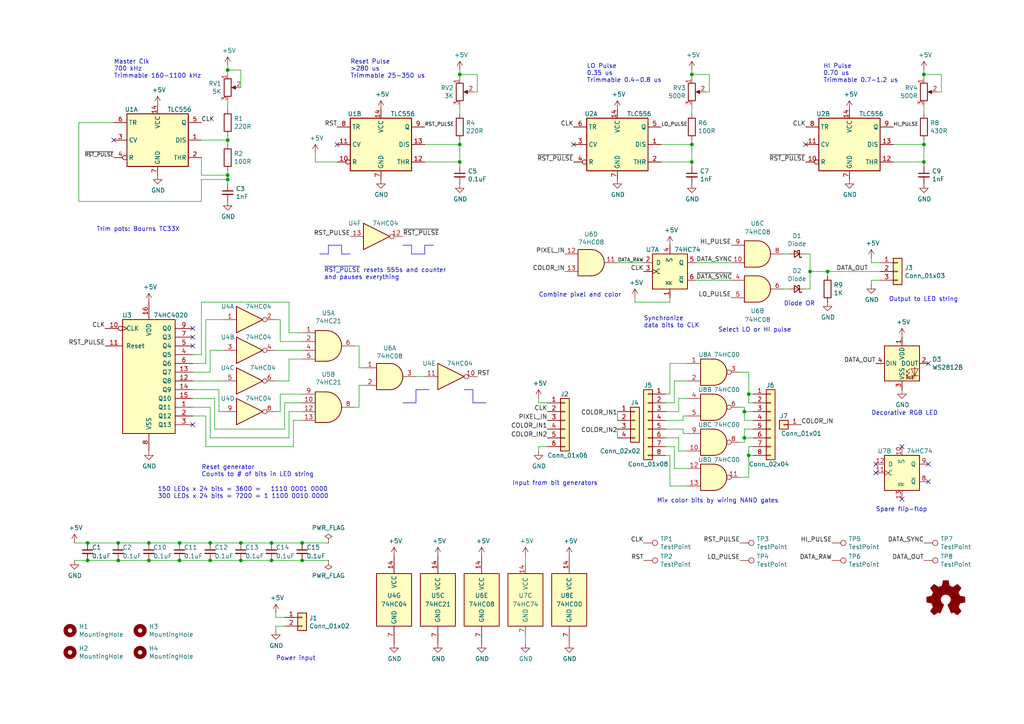
<source format=kicad_sch>
(kicad_sch (version 20211123) (generator eeschema)
  (paper "A4")
  (title_block (title "NeoPixel Punk Console") (date "2021-12-16") (rev "1.1") (company "Adrian Studer") (comment 1 "https://hackaday.io/project/183093-neopixel-punk-console"))
  (junction (at 34.29 157.48))
  (junction (at 217.17 114.3))
  (junction (at 43.18 162.56))
  (junction (at 200.66 41.91))
  (junction (at 25.4 157.48))
  (junction (at 69.85 157.48))
  (junction (at 78.74 162.56))
  (junction (at 267.97 21.59))
  (junction (at 60.96 162.56))
  (junction (at 34.29 162.56))
  (junction (at 66.04 52.07))
  (junction (at 87.63 162.56))
  (junction (at 267.97 41.91))
  (junction (at 78.74 157.48))
  (junction (at 43.18 157.48))
  (junction (at 133.35 21.59))
  (junction (at 25.4 162.56))
  (junction (at 217.17 132.08))
  (junction (at 66.04 20.32))
  (junction (at 66.04 50.8))
  (junction (at 200.66 46.99))
  (junction (at 215.9 127))
  (junction (at 200.66 21.59))
  (junction (at 133.35 46.99))
  (junction (at 69.85 162.56))
  (junction (at 52.07 162.56))
  (junction (at 234.95 78.74))
  (junction (at 66.04 40.64))
  (junction (at 133.35 41.91))
  (junction (at 240.03 78.74))
  (junction (at 60.96 157.48))
  (junction (at 215.9 119.38))
  (junction (at 52.07 157.48))
  (junction (at 87.63 157.48))
  (junction (at 267.97 46.99))
  (no_connect (at 55.88 123.19))
  (no_connect (at 254 137.16))
  (no_connect (at 33.02 40.64))
  (no_connect (at 261.62 129.54))
  (no_connect (at 55.88 97.79))
  (no_connect (at 55.88 100.33))
  (no_connect (at 261.62 144.78))
  (no_connect (at 269.24 134.62))
  (no_connect (at 269.24 139.7))
  (no_connect (at 233.68 41.91))
  (no_connect (at 254 134.62))
  (no_connect (at 97.79 41.91))
  (no_connect (at 166.37 41.91))
  (no_connect (at 269.24 105.41))
  (no_connect (at 55.88 95.25))
  (wire (pts (xy 104.14 118.11) (xy 104.14 111.76)))
  (wire (pts (xy 58.42 58.42) (xy 58.42 52.07)))
  (wire (pts (xy 22.86 58.42) (xy 58.42 58.42)))
  (wire (pts (xy 91.44 46.99) (xy 97.79 46.99)))
  (wire (pts (xy 193.04 119.38) (xy 196.85 119.38)))
  (wire (pts (xy 83.82 104.14) (xy 83.82 110.49)))
  (wire (pts (xy 217.17 132.08) (xy 217.17 138.43)))
  (wire (pts (xy 55.88 120.65) (xy 59.69 120.65)))
  (wire (pts (xy 81.28 92.71) (xy 81.28 99.06)))
  (wire (pts (xy 64.77 119.38) (xy 63.5 119.38)))
  (wire (pts (xy 271.78 26.67) (xy 273.05 26.67)))
  (wire (pts (xy 252.73 81.28) (xy 255.27 81.28)))
  (wire (pts (xy 58.42 87.63) (xy 58.42 102.87)))
  (wire (pts (xy 62.23 124.46) (xy 82.55 124.46)))
  (wire (pts (xy 83.82 96.52) (xy 87.63 96.52)))
  (wire (pts (xy 104.14 106.68) (xy 105.41 106.68)))
  (wire (pts (xy 66.04 31.75) (xy 66.04 29.21)))
  (wire (pts (xy 218.44 121.92) (xy 215.9 121.92)))
  (wire (pts (xy 55.88 105.41) (xy 59.69 105.41)))
  (wire (pts (xy 83.82 127) (xy 83.82 119.38)))
  (wire (pts (xy 81.28 114.3) (xy 81.28 119.38)))
  (wire (pts (xy 215.9 124.46) (xy 215.9 127)))
  (wire (pts (xy 184.15 87.63) (xy 194.31 87.63)))
  (wire (pts (xy 78.74 157.48) (xy 87.63 157.48)))
  (wire (pts (xy 193.04 129.54) (xy 195.58 129.54)))
  (polyline (pts (xy 120.65 113.03) (xy 124.46 113.03)) (stroke (width 0) (type solid)))
  (polyline (pts (xy 95.25 71.12) (xy 99.06 71.12)) (stroke (width 0) (type solid)))
  (wire (pts (xy 102.87 100.33) (xy 104.14 100.33)))
  (wire (pts (xy 193.04 124.46) (xy 198.12 124.46)))
  (wire (pts (xy 58.42 52.07) (xy 66.04 52.07)))
  (wire (pts (xy 179.07 127) (xy 179.07 124.46)))
  (wire (pts (xy 95.25 162.56) (xy 87.63 162.56)))
  (polyline (pts (xy 137.16 116.84) (xy 140.97 116.84)) (stroke (width 0) (type solid)))
  (wire (pts (xy 217.17 114.3) (xy 217.17 116.84)))
  (wire (pts (xy 218.44 114.3) (xy 217.17 114.3)))
  (wire (pts (xy 123.19 46.99) (xy 133.35 46.99)))
  (wire (pts (xy 52.07 162.56) (xy 60.96 162.56)))
  (wire (pts (xy 133.35 21.59) (xy 133.35 22.86)))
  (wire (pts (xy 218.44 127) (xy 215.9 127)))
  (wire (pts (xy 59.69 129.54) (xy 85.09 129.54)))
  (wire (pts (xy 80.01 177.8) (xy 80.01 179.07)))
  (polyline (pts (xy 92.71 73.66) (xy 95.25 73.66)) (stroke (width 0) (type solid)))
  (wire (pts (xy 133.35 41.91) (xy 133.35 46.99)))
  (wire (pts (xy 215.9 127) (xy 215.9 128.27)))
  (wire (pts (xy 59.69 92.71) (xy 64.77 92.71)))
  (wire (pts (xy 81.28 99.06) (xy 87.63 99.06)))
  (wire (pts (xy 82.55 116.84) (xy 87.63 116.84)))
  (wire (pts (xy 193.04 116.84) (xy 195.58 116.84)))
  (wire (pts (xy 259.08 46.99) (xy 267.97 46.99)))
  (wire (pts (xy 60.96 127) (xy 83.82 127)))
  (wire (pts (xy 200.66 21.59) (xy 200.66 22.86)))
  (polyline (pts (xy 99.06 73.66) (xy 101.6 73.66)) (stroke (width 0) (type solid)))
  (wire (pts (xy 252.73 76.2) (xy 255.27 76.2)))
  (wire (pts (xy 234.95 78.74) (xy 240.03 78.74)))
  (wire (pts (xy 252.73 82.55) (xy 252.73 81.28)))
  (wire (pts (xy 267.97 33.02) (xy 267.97 30.48)))
  (wire (pts (xy 218.44 124.46) (xy 215.9 124.46)))
  (polyline (pts (xy 120.65 116.84) (xy 120.65 113.03)) (stroke (width 0) (type solid)))
  (wire (pts (xy 195.58 110.49) (xy 199.39 110.49)))
  (wire (pts (xy 156.21 130.81) (xy 156.21 129.54)))
  (wire (pts (xy 240.03 78.74) (xy 255.27 78.74)))
  (wire (pts (xy 195.58 116.84) (xy 195.58 110.49)))
  (wire (pts (xy 83.82 87.63) (xy 83.82 96.52)))
  (wire (pts (xy 179.07 76.2) (xy 186.69 76.2)))
  (wire (pts (xy 193.04 127) (xy 196.85 127)))
  (wire (pts (xy 267.97 20.32) (xy 267.97 21.59)))
  (wire (pts (xy 55.88 115.57) (xy 62.23 115.57)))
  (wire (pts (xy 191.77 46.99) (xy 200.66 46.99)))
  (wire (pts (xy 156.21 115.57) (xy 156.21 116.84)))
  (wire (pts (xy 138.43 21.59) (xy 133.35 21.59)))
  (wire (pts (xy 60.96 118.11) (xy 60.96 127)))
  (wire (pts (xy 215.9 119.38) (xy 215.9 118.11)))
  (wire (pts (xy 240.03 80.01) (xy 240.03 78.74)))
  (wire (pts (xy 198.12 125.73) (xy 199.39 125.73)))
  (wire (pts (xy 58.42 40.64) (xy 66.04 40.64)))
  (wire (pts (xy 66.04 40.64) (xy 66.04 39.37)))
  (polyline (pts (xy 116.84 116.84) (xy 120.65 116.84)) (stroke (width 0) (type solid)))
  (wire (pts (xy 80.01 101.6) (xy 87.63 101.6)))
  (wire (pts (xy 34.29 162.56) (xy 43.18 162.56)))
  (wire (pts (xy 21.59 162.56) (xy 25.4 162.56)))
  (wire (pts (xy 66.04 49.53) (xy 66.04 50.8)))
  (wire (pts (xy 60.96 162.56) (xy 69.85 162.56)))
  (wire (pts (xy 217.17 107.95) (xy 217.17 114.3)))
  (wire (pts (xy 66.04 50.8) (xy 66.04 52.07)))
  (wire (pts (xy 205.74 21.59) (xy 200.66 21.59)))
  (wire (pts (xy 196.85 119.38) (xy 196.85 115.57)))
  (wire (pts (xy 55.88 102.87) (xy 58.42 102.87)))
  (wire (pts (xy 63.5 119.38) (xy 63.5 113.03)))
  (wire (pts (xy 267.97 21.59) (xy 267.97 22.86)))
  (wire (pts (xy 43.18 157.48) (xy 52.07 157.48)))
  (polyline (pts (xy 95.25 73.66) (xy 95.25 71.12)) (stroke (width 0) (type solid)))
  (wire (pts (xy 69.85 162.56) (xy 78.74 162.56)))
  (polyline (pts (xy 123.19 73.66) (xy 123.19 71.12)) (stroke (width 0) (type solid)))
  (wire (pts (xy 133.35 20.32) (xy 133.35 21.59)))
  (wire (pts (xy 200.66 33.02) (xy 200.66 30.48)))
  (wire (pts (xy 62.23 115.57) (xy 62.23 124.46)))
  (wire (pts (xy 201.93 81.28) (xy 212.09 81.28)))
  (wire (pts (xy 58.42 87.63) (xy 83.82 87.63)))
  (wire (pts (xy 133.35 33.02) (xy 133.35 30.48)))
  (wire (pts (xy 234.95 73.66) (xy 234.95 78.74)))
  (wire (pts (xy 60.96 101.6) (xy 64.77 101.6)))
  (wire (pts (xy 234.95 83.82) (xy 233.68 83.82)))
  (wire (pts (xy 80.01 92.71) (xy 81.28 92.71)))
  (wire (pts (xy 156.21 129.54) (xy 158.75 129.54)))
  (wire (pts (xy 200.66 20.32) (xy 200.66 21.59)))
  (wire (pts (xy 91.44 44.45) (xy 91.44 46.99)))
  (wire (pts (xy 43.18 162.56) (xy 52.07 162.56)))
  (wire (pts (xy 217.17 107.95) (xy 214.63 107.95)))
  (wire (pts (xy 200.66 41.91) (xy 200.66 46.99)))
  (wire (pts (xy 82.55 181.61) (xy 80.01 181.61)))
  (wire (pts (xy 196.85 127) (xy 196.85 130.81)))
  (wire (pts (xy 133.35 46.99) (xy 133.35 48.26)))
  (polyline (pts (xy 134.62 113.03) (xy 137.16 113.03)) (stroke (width 0) (type solid)))
  (wire (pts (xy 233.68 73.66) (xy 234.95 73.66)))
  (wire (pts (xy 195.58 135.89) (xy 199.39 135.89)))
  (polyline (pts (xy 123.19 71.12) (xy 125.73 71.12)) (stroke (width 0) (type solid)))
  (wire (pts (xy 55.88 107.95) (xy 60.96 107.95)))
  (wire (pts (xy 87.63 157.48) (xy 95.25 157.48)))
  (wire (pts (xy 123.19 41.91) (xy 133.35 41.91)))
  (wire (pts (xy 218.44 129.54) (xy 217.17 129.54)))
  (wire (pts (xy 179.07 121.92) (xy 179.07 119.38)))
  (wire (pts (xy 60.96 157.48) (xy 69.85 157.48)))
  (wire (pts (xy 205.74 26.67) (xy 205.74 21.59)))
  (wire (pts (xy 198.12 124.46) (xy 198.12 125.73)))
  (polyline (pts (xy 137.16 113.03) (xy 137.16 116.84)) (stroke (width 0) (type solid)))
  (polyline (pts (xy 119.38 73.66) (xy 123.19 73.66)) (stroke (width 0) (type solid)))
  (wire (pts (xy 120.65 109.22) (xy 123.19 109.22)))
  (wire (pts (xy 217.17 116.84) (xy 218.44 116.84)))
  (wire (pts (xy 69.85 25.4) (xy 69.85 20.32)))
  (wire (pts (xy 195.58 129.54) (xy 195.58 135.89)))
  (wire (pts (xy 55.88 110.49) (xy 64.77 110.49)))
  (wire (pts (xy 55.88 118.11) (xy 60.96 118.11)))
  (wire (pts (xy 81.28 119.38) (xy 80.01 119.38)))
  (wire (pts (xy 52.07 157.48) (xy 60.96 157.48)))
  (wire (pts (xy 196.85 130.81) (xy 199.39 130.81)))
  (wire (pts (xy 87.63 162.56) (xy 78.74 162.56)))
  (wire (pts (xy 21.59 157.48) (xy 25.4 157.48)))
  (wire (pts (xy 34.29 157.48) (xy 43.18 157.48)))
  (wire (pts (xy 217.17 138.43) (xy 214.63 138.43)))
  (wire (pts (xy 58.42 50.8) (xy 66.04 50.8)))
  (wire (pts (xy 87.63 114.3) (xy 81.28 114.3)))
  (wire (pts (xy 80.01 179.07) (xy 82.55 179.07)))
  (wire (pts (xy 217.17 129.54) (xy 217.17 132.08)))
  (wire (pts (xy 69.85 20.32) (xy 66.04 20.32)))
  (wire (pts (xy 66.04 40.64) (xy 66.04 41.91)))
  (wire (pts (xy 59.69 120.65) (xy 59.69 129.54)))
  (wire (pts (xy 66.04 52.07) (xy 66.04 53.34)))
  (wire (pts (xy 227.33 83.82) (xy 228.6 83.82)))
  (wire (pts (xy 194.31 114.3) (xy 194.31 105.41)))
  (wire (pts (xy 227.33 73.66) (xy 228.6 73.66)))
  (wire (pts (xy 152.4 161.29) (xy 152.4 163.83)))
  (wire (pts (xy 194.31 86.36) (xy 194.31 87.63)))
  (wire (pts (xy 60.96 101.6) (xy 60.96 107.95)))
  (wire (pts (xy 22.86 35.56) (xy 22.86 58.42)))
  (wire (pts (xy 273.05 21.59) (xy 267.97 21.59)))
  (wire (pts (xy 193.04 114.3) (xy 194.31 114.3)))
  (wire (pts (xy 85.09 121.92) (xy 87.63 121.92)))
  (wire (pts (xy 137.16 26.67) (xy 138.43 26.67)))
  (wire (pts (xy 267.97 41.91) (xy 267.97 40.64)))
  (wire (pts (xy 63.5 113.03) (xy 55.88 113.03)))
  (wire (pts (xy 104.14 100.33) (xy 104.14 106.68)))
  (wire (pts (xy 204.47 26.67) (xy 205.74 26.67)))
  (wire (pts (xy 33.02 35.56) (xy 22.86 35.56)))
  (wire (pts (xy 66.04 20.32) (xy 66.04 21.59)))
  (wire (pts (xy 273.05 26.67) (xy 273.05 21.59)))
  (wire (pts (xy 193.04 132.08) (xy 194.31 132.08)))
  (wire (pts (xy 82.55 124.46) (xy 82.55 116.84)))
  (wire (pts (xy 259.08 41.91) (xy 267.97 41.91)))
  (wire (pts (xy 218.44 132.08) (xy 217.17 132.08)))
  (wire (pts (xy 102.87 118.11) (xy 104.14 118.11)))
  (wire (pts (xy 156.21 116.84) (xy 158.75 116.84)))
  (wire (pts (xy 196.85 115.57) (xy 199.39 115.57)))
  (wire (pts (xy 152.4 186.69) (xy 152.4 184.15)))
  (wire (pts (xy 215.9 128.27) (xy 214.63 128.27)))
  (wire (pts (xy 194.31 132.08) (xy 194.31 140.97)))
  (wire (pts (xy 133.35 41.91) (xy 133.35 40.64)))
  (wire (pts (xy 267.97 41.91) (xy 267.97 46.99)))
  (wire (pts (xy 87.63 104.14) (xy 83.82 104.14)))
  (wire (pts (xy 69.85 157.48) (xy 78.74 157.48)))
  (wire (pts (xy 138.43 26.67) (xy 138.43 21.59)))
  (wire (pts (xy 234.95 78.74) (xy 234.95 83.82)))
  (wire (pts (xy 194.31 140.97) (xy 199.39 140.97)))
  (wire (pts (xy 194.31 105.41) (xy 199.39 105.41)))
  (wire (pts (xy 104.14 111.76) (xy 105.41 111.76)))
  (wire (pts (xy 80.01 181.61) (xy 80.01 182.88)))
  (wire (pts (xy 80.01 110.49) (xy 83.82 110.49)))
  (wire (pts (xy 252.73 74.93) (xy 252.73 76.2)))
  (polyline (pts (xy 99.06 71.12) (xy 99.06 73.66)) (stroke (width 0) (type solid)))
  (wire (pts (xy 200.66 46.99) (xy 200.66 48.26)))
  (wire (pts (xy 25.4 162.56) (xy 34.29 162.56)))
  (wire (pts (xy 218.44 119.38) (xy 215.9 119.38)))
  (wire (pts (xy 191.77 41.91) (xy 200.66 41.91)))
  (wire (pts (xy 58.42 45.72) (xy 58.42 50.8)))
  (wire (pts (xy 215.9 118.11) (xy 214.63 118.11)))
  (wire (pts (xy 193.04 121.92) (xy 198.12 121.92)))
  (polyline (pts (xy 119.38 71.12) (xy 119.38 73.66)) (stroke (width 0) (type solid)))
  (wire (pts (xy 25.4 157.48) (xy 34.29 157.48)))
  (wire (pts (xy 215.9 121.92) (xy 215.9 119.38)))
  (wire (pts (xy 184.15 86.36) (xy 184.15 87.63)))
  (wire (pts (xy 85.09 129.54) (xy 85.09 121.92)))
  (wire (pts (xy 200.66 41.91) (xy 200.66 40.64)))
  (wire (pts (xy 267.97 46.99) (xy 267.97 48.26)))
  (wire (pts (xy 198.12 120.65) (xy 199.39 120.65)))
  (wire (pts (xy 59.69 92.71) (xy 59.69 105.41)))
  (wire (pts (xy 198.12 121.92) (xy 198.12 120.65)))
  (wire (pts (xy 201.93 76.2) (xy 212.09 76.2)))
  (polyline (pts (xy 116.84 71.12) (xy 119.38 71.12)) (stroke (width 0) (type solid)))
  (wire (pts (xy 66.04 19.05) (xy 66.04 20.32)))
  (wire (pts (xy 83.82 119.38) (xy 87.63 119.38)))
  (text "Reset generator\nCounts to # of bits in LED string" (at 58.42 138.43 0) (effects (font (size 1.27 1.27)) (justify left bottom)))
  (text "Synchronize\ndata bits to CLK" (at 186.69 95.25 0) (effects (font (size 1.27 1.27)) (justify left bottom)))
  (text "Master Clk\n700 kHz\nTrimmable 160-1100 kHz" (at 33.02 22.86 0) (effects (font (size 1.27 1.27)) (justify left bottom)))
  (text "Output to LED string" (at 257.81 87.63 0) (effects (font (size 1.27 1.27)) (justify left bottom)))
  (text "Decorative RGB LED" (at 252.73 120.65 0) (effects (font (size 1.27 1.27)) (justify left bottom)))
  (text "Select LO or HI pulse" (at 208.28 96.52 0) (effects (font (size 1.27 1.27)) (justify left bottom)))
  (text "HI Pulse\n0.70 us\nTrimmable 0.7-1.2 us" (at 238.76 24.13 0) (effects (font (size 1.27 1.27)) (justify left bottom)))
  (text "Reset Pulse\n>280 us\nTrimmable 25-350 us" (at 101.6 22.86 0) (effects (font (size 1.27 1.27)) (justify left bottom)))
  (text "Combine pixel and color" (at 156.21 86.36 0) (effects (font (size 1.27 1.27)) (justify left bottom)))
  (text "Power input" (at 80.01 191.77 0) (effects (font (size 1.27 1.27)) (justify left bottom)))
  (text "Trim pots: Bourns TC33X" (at 27.94 67.31 0) (effects (font (size 1.27 1.27)) (justify left bottom)))
  (text "Mix color bits by wiring NAND gates" (at 190.5 146.05 0) (effects (font (size 1.27 1.27)) (justify left bottom)))
  (text "Input from bit generators" (at 148.59 140.97 0) (effects (font (size 1.27 1.27)) (justify left bottom)))
  (text "~{RST_PULSE} resets 555s and counter\nand pauses everything" (at 93.98 81.28 0) (effects (font (size 1.27 1.27)) (justify left bottom)))
  (text "Spare flip-flop" (at 254 148.59 0) (effects (font (size 1.27 1.27)) (justify left bottom)))
  (text "150 LEDs x 24 bits = 3600 =   1110 0001 0000\n300 LEDs x 24 bits = 7200 = 1 1100 0010 0000" (at 45.72 144.78 0) (effects (font (size 1.27 1.27)) (justify left bottom)))
  (text "Rev 1.1:\n- add 1K pull-down R9 on DATA_OUT\n- replace R1 with 220R, R2 with 100R to speed up CLK\n- directly connect triggers of pulse generators (short C4/C6/C8, remove R3/R5/R7) to fix trigger at higher freq\n- change R6 to 100R for shorter LO pulse\n- J4 and J6 need at least 2 pins per signal to allow patching with jumper wires\n" (at 88.9 -3.81 0) (effects (font (size 1.27 1.27)) (justify left bottom)))
  (text "LO Pulse\n0.35 us\nTrimmable 0.4-0.8 us" (at 170.18 24.13 0) (effects (font (size 1.27 1.27)) (justify left bottom)))
  (text "Diode OR\n" (at 227.33 88.9 0) (effects (font (size 1.27 1.27)) (justify left bottom)))
  (label "PIXEL_IN" (at 158.75 121.92 180))
  (label "LO_PULSE" (at 212.09 86.36 180))
  (label "HI_PULSE" (at 212.09 71.12 180))
  (label "CLK" (at 186.69 78.74 180))
  (label "RST" (at 186.69 162.56 180))
  (label "COLOR_IN2" (at 158.75 127 180))
  (label "DATA_RAW" (at 186.69 76.2 180) (effects (font (size 1.016 1.016))))
  (label "LO_PULSE" (at 191.77 36.83 0) (effects (font (size 1.016 1.016))))
  (label "LO_PULSE" (at 214.63 162.56 180))
  (label "DATA_SYNC" (at 267.97 157.48 180))
  (label "~{RST_PULSE}" (at 33.02 45.72 180) (effects (font (size 1.016 1.016))))
  (label "DATA_OUT" (at 242.57 78.74 0))
  (label "CLK" (at 166.37 36.83 180))
  (label "HI_PULSE" (at 241.3 157.48 180))
  (label "COLOR_IN2" (at 179.07 125.73 180))
  (label "RST_PULSE" (at 123.19 36.83 0) (effects (font (size 1.016 1.016))))
  (label "RST_PULSE" (at 214.63 157.48 180))
  (label "COLOR_IN" (at 232.41 123.19 0))
  (label "DATA_RAW" (at 241.3 162.56 180))
  (label "CLK" (at 158.75 119.38 180))
  (label "RST_PULSE" (at 30.48 100.33 180))
  (label "~{RST_PULSE}" (at 233.68 46.99 180))
  (label "RST" (at 97.79 36.83 180))
  (label "CLK" (at 233.68 36.83 180))
  (label "DATA_OUT" (at 267.97 162.56 180))
  (label "DATA_OUT" (at 254 105.41 180))
  (label "RST_PULSE" (at 101.6 68.58 180))
  (label "CLK" (at 186.69 157.48 180))
  (label "~{DATA_SYNC}" (at 201.93 81.28 0))
  (label "HI_PULSE" (at 259.08 36.83 0) (effects (font (size 1.016 1.016))))
  (label "COLOR_IN1" (at 158.75 124.46 180))
  (label "~{RST_PULSE}" (at 116.84 68.58 0))
  (label "~{RST_PULSE}" (at 166.37 46.99 180))
  (label "RST" (at 138.43 109.22 0))
  (label "PIXEL_IN" (at 163.83 73.66 180))
  (label "COLOR_IN1" (at 179.07 120.65 180))
  (label "CLK" (at 30.48 95.25 180))
  (label "DATA_SYNC" (at 201.93 76.2 0))
  (label "CLK" (at 58.42 35.56 0))
  (label "COLOR_IN" (at 163.83 78.74 180))
  (symbol (lib_id "Timer:LM556") (at 179.07 41.91 0) (unit 1)
    (property "Reference" "U2" (at 171.45 33.02 0))
    (property "Value" "TLC556" (at 185.42 33.02 0))
    (property "Footprint" "Package_SO:SOIC-14_3.9x8.7mm_P1.27mm" (effects hide))
    (property "Datasheet" "http://www.ti.com/lit/ds/symlink/lm556.pdf" (effects hide))
  )
  (symbol (lib_id "Timer:LM556") (at 246.38 41.91 0) (unit 2)
    (property "Reference" "U2" (at 238.76 33.02 0))
    (property "Value" "TLC556" (at 252.73 33.02 0))
    (property "Footprint" "Package_SO:SOIC-14_3.9x8.7mm_P1.27mm" (effects hide))
    (property "Datasheet" "http://www.ti.com/lit/ds/symlink/lm556.pdf" (effects hide))
  )
  (symbol (lib_id "Timer:LM556") (at 45.72 40.64 0) (unit 1)
    (property "Reference" "U1" (at 38.1 31.75 0))
    (property "Value" "TLC556" (at 52.07 31.75 0))
    (property "Footprint" "Package_SO:SOIC-14_3.9x8.7mm_P1.27mm" (effects hide))
    (property "Datasheet" "http://www.ti.com/lit/ds/symlink/lm556.pdf" (effects hide))
  )
  (symbol (lib_id "Timer:LM556") (at 110.49 41.91 0) (unit 2)
    (property "Reference" "U1" (at 102.87 33.02 0))
    (property "Value" "TLC556" (at 116.84 33.02 0))
    (property "Footprint" "Package_SO:SOIC-14_3.9x8.7mm_P1.27mm" (effects hide))
    (property "Datasheet" "http://www.ti.com/lit/ds/symlink/lm556.pdf" (effects hide))
  )
  (symbol (lib_id "power:GND") (at 45.72 50.8 0) (unit 1)
    (property "Reference" "#PWR07" (effects hide))
    (property "Value" "GND" (at 45.847 55.1942 0))
  )
  (symbol (lib_id "power:GND") (at 110.49 52.07 0) (unit 1)
    (property "Reference" "#PWR013" (effects hide))
    (property "Value" "GND" (at 110.617 56.4642 0))
  )
  (symbol (lib_id "power:GND") (at 179.07 52.07 0) (unit 1)
    (property "Reference" "#PWR019" (effects hide))
    (property "Value" "GND" (at 179.197 56.4642 0))
  )
  (symbol (lib_id "power:GND") (at 246.38 52.07 0) (unit 1)
    (property "Reference" "#PWR025" (effects hide))
    (property "Value" "GND" (at 246.507 56.4642 0))
  )
  (symbol (lib_id "Device:C_Small") (at 25.4 160.02 0) (unit 1)
    (property "Reference" "C1" (at 26.67 158.75 0) (effects (justify left)))
    (property "Value" "0.1uF" (at 26.67 161.29 0) (effects (justify left)))
    (property "Footprint" "Capacitor_SMD:C_0603_1608Metric" (effects hide))
  )
  (symbol (lib_id "power:+5V") (at 21.59 157.48 0) (unit 1)
    (property "Reference" "#PWR01" (effects hide))
    (property "Value" "+5V" (at 21.971 153.0858 0))
  )
  (symbol (lib_id "Device:C_Small") (at 34.29 160.02 0) (unit 1)
    (property "Reference" "C2" (at 35.56 158.75 0) (effects (justify left)))
    (property "Value" "0.1uF" (at 35.56 161.29 0) (effects (justify left)))
    (property "Footprint" "Capacitor_SMD:C_0603_1608Metric" (effects hide))
  )
  (symbol (lib_id "power:+5V") (at 246.38 31.75 0) (unit 1)
    (property "Reference" "#PWR024" (effects hide))
    (property "Value" "+5V" (at 246.761 27.3558 0))
  )
  (symbol (lib_id "power:+5V") (at 179.07 31.75 0) (unit 1)
    (property "Reference" "#PWR018" (effects hide))
    (property "Value" "+5V" (at 179.451 27.3558 0))
  )
  (symbol (lib_id "power:+5V") (at 110.49 31.75 0) (unit 1)
    (property "Reference" "#PWR012" (effects hide))
    (property "Value" "+5V" (at 110.871 27.3558 0))
  )
  (symbol (lib_id "power:+5V") (at 45.72 30.48 0) (unit 1)
    (property "Reference" "#PWR06" (effects hide))
    (property "Value" "+5V" (at 46.101 26.0858 0))
  )
  (symbol (lib_id "4xxx:4020") (at 43.18 107.95 0) (unit 1)
    (property "Reference" "U3" (at 36.83 91.44 0))
    (property "Value" "74HC4020" (at 49.53 91.44 0))
    (property "Footprint" "Package_SO:SOIC-16_3.9x9.9mm_P1.27mm" (effects hide))
    (property "Datasheet" "http://www.intersil.com/content/dam/Intersil/documents/cd40/cd4020bms-24bms-40bms.pdf" (effects hide))
  )
  (symbol (lib_id "74xx:74HC74") (at 194.31 78.74 0) (unit 1)
    (property "Reference" "U7" (at 189.23 72.39 0))
    (property "Value" "74HC74" (at 199.39 72.39 0))
    (property "Footprint" "Package_SO:SOIC-14_3.9x8.7mm_P1.27mm" (effects hide))
    (property "Datasheet" "74xx/74hc_hct74.pdf" (effects hide))
  )
  (symbol (lib_id "74xx:74LS08") (at 113.03 109.22 0) (unit 1)
    (property "Reference" "U6" (at 113.03 100.965 0))
    (property "Value" "74HC08" (at 113.03 103.2764 0))
    (property "Footprint" "Package_SO:SOIC-14_3.9x8.7mm_P1.27mm" (effects hide))
    (property "Datasheet" "http://www.ti.com/lit/gpn/sn74LS08" (effects hide))
  )
  (symbol (lib_id "74xx:74LS08") (at 219.71 83.82 0) (unit 2)
    (property "Reference" "U6" (at 219.71 90.17 0))
    (property "Value" "74HC08" (at 219.71 92.71 0))
    (property "Footprint" "Package_SO:SOIC-14_3.9x8.7mm_P1.27mm" (effects hide))
    (property "Datasheet" "http://www.ti.com/lit/gpn/sn74LS08" (effects hide))
  )
  (symbol (lib_id "74xx:74LS08") (at 219.71 73.66 0) (unit 3)
    (property "Reference" "U6" (at 219.71 64.77 0))
    (property "Value" "74HC08" (at 219.71 67.31 0))
    (property "Footprint" "Package_SO:SOIC-14_3.9x8.7mm_P1.27mm" (effects hide))
    (property "Datasheet" "http://www.ti.com/lit/gpn/sn74LS08" (effects hide))
  )
  (symbol (lib_id "74xx:74LS21") (at 95.25 100.33 0) (unit 1)
    (property "Reference" "U5" (at 95.25 90.805 0))
    (property "Value" "74HC21" (at 95.25 93.1164 0))
    (property "Footprint" "Package_SO:SOIC-14_3.9x8.7mm_P1.27mm" (effects hide))
    (property "Datasheet" "http://www.ti.com/lit/gpn/sn74LS21" (effects hide))
  )
  (symbol (lib_id "Device:C_Small") (at 66.04 55.88 0) (unit 1)
    (property "Reference" "C3" (at 68.3768 54.7116 0) (effects (justify left)))
    (property "Value" "1nF" (at 68.3768 57.023 0) (effects (justify left)))
    (property "Footprint" "Capacitor_SMD:C_0603_1608Metric" (effects hide))
  )
  (symbol (lib_id "Device:R_Potentiometer") (at 66.04 25.4 0) (unit 1)
    (property "Reference" "RV1" (at 64.262 24.2316 0) (effects (justify right)))
    (property "Value" "5K" (at 64.262 26.543 0) (effects (justify right)))
    (property "Footprint" "parts:Potentiometer_Bourns_TC33X_Vertical" (effects hide))
  )
  (symbol (lib_id "Device:R") (at 66.04 35.56 0) (unit 1)
    (property "Reference" "R1" (at 67.818 34.3916 0) (effects (justify left)))
    (property "Value" "220R" (at 67.818 36.703 0) (effects (justify left)))
    (property "Footprint" "Resistor_SMD:R_0603_1608Metric" (effects hide))
  )
  (symbol (lib_id "Device:R") (at 66.04 45.72 0) (unit 1)
    (property "Reference" "R2" (at 67.818 44.5516 0) (effects (justify left)))
    (property "Value" "100R" (at 67.818 46.863 0) (effects (justify left)))
    (property "Footprint" "Resistor_SMD:R_0603_1608Metric" (effects hide))
  )
  (symbol (lib_id "power:+5V") (at 66.04 19.05 0) (unit 1)
    (property "Reference" "#PWR08" (effects hide))
    (property "Value" "+5V" (at 66.421 14.6558 0))
  )
  (symbol (lib_id "power:GND") (at 66.04 58.42 0) (unit 1)
    (property "Reference" "#PWR09" (effects hide))
    (property "Value" "GND" (at 66.167 62.8142 0))
  )
  (symbol (lib_id "Connector:TestPoint") (at 186.69 157.48 270) (unit 1)
    (property "Reference" "TP1" (at 191.4652 156.3116 90) (effects (justify left)))
    (property "Value" "TestPoint" (at 191.4652 158.623 90) (effects (justify left)))
    (property "Footprint" "TestPoint:TestPoint_Pad_D1.0mm" (effects hide))
  )
  (symbol (lib_id "Device:C_Small") (at 200.66 50.8 0) (unit 1)
    (property "Reference" "C7" (at 202.9968 49.6316 0) (effects (justify left)))
    (property "Value" "1nF" (at 202.9968 51.943 0) (effects (justify left)))
    (property "Footprint" "Capacitor_SMD:C_0603_1608Metric" (effects hide))
  )
  (symbol (lib_id "power:GND") (at 200.66 53.34 0) (unit 1)
    (property "Reference" "#PWR021" (effects hide))
    (property "Value" "GND" (at 200.787 57.7342 0))
  )
  (symbol (lib_id "Device:R") (at 200.66 36.83 0) (unit 1)
    (property "Reference" "R6" (at 202.438 35.6616 0) (effects (justify left)))
    (property "Value" "100R" (at 202.438 37.973 0) (effects (justify left)))
    (property "Footprint" "Resistor_SMD:R_0603_1608Metric" (effects hide))
  )
  (symbol (lib_id "Device:R_Potentiometer") (at 200.66 26.67 0) (unit 1)
    (property "Reference" "RV3" (at 198.9074 25.5016 0) (effects (justify right)))
    (property "Value" "500R" (at 198.9074 27.813 0) (effects (justify right)))
    (property "Footprint" "parts:Potentiometer_Bourns_TC33X_Vertical" (effects hide))
  )
  (symbol (lib_id "power:+5V") (at 200.66 20.32 0) (unit 1)
    (property "Reference" "#PWR020" (effects hide))
    (property "Value" "+5V" (at 201.041 15.9258 0))
  )
  (symbol (lib_id "Device:C_Small") (at 267.97 50.8 0) (unit 1)
    (property "Reference" "C9" (at 270.3068 49.6316 0) (effects (justify left)))
    (property "Value" "1nF" (at 270.3068 51.943 0) (effects (justify left)))
    (property "Footprint" "Capacitor_SMD:C_0603_1608Metric" (effects hide))
  )
  (symbol (lib_id "power:GND") (at 267.97 53.34 0) (unit 1)
    (property "Reference" "#PWR027" (effects hide))
    (property "Value" "GND" (at 268.097 57.7342 0))
  )
  (symbol (lib_id "Device:R") (at 267.97 36.83 0) (unit 1)
    (property "Reference" "R8" (at 269.748 35.6616 0) (effects (justify left)))
    (property "Value" "430R" (at 269.748 37.973 0) (effects (justify left)))
    (property "Footprint" "Resistor_SMD:R_0603_1608Metric" (effects hide))
  )
  (symbol (lib_id "Device:R_Potentiometer") (at 267.97 26.67 0) (unit 1)
    (property "Reference" "RV4" (at 266.2174 25.5016 0) (effects (justify right)))
    (property "Value" "500R" (at 266.2174 27.813 0) (effects (justify right)))
    (property "Footprint" "parts:Potentiometer_Bourns_TC33X_Vertical" (effects hide))
  )
  (symbol (lib_id "power:+5V") (at 267.97 20.32 0) (unit 1)
    (property "Reference" "#PWR026" (effects hide))
    (property "Value" "+5V" (at 268.351 15.9258 0))
  )
  (symbol (lib_id "Connector:TestPoint") (at 214.63 162.56 270) (unit 1)
    (property "Reference" "TP4" (at 219.4052 161.3916 90) (effects (justify left)))
    (property "Value" "TestPoint" (at 219.4052 163.703 90) (effects (justify left)))
    (property "Footprint" "TestPoint:TestPoint_Pad_D1.0mm" (effects hide))
  )
  (symbol (lib_id "Connector:TestPoint") (at 241.3 157.48 270) (unit 1)
    (property "Reference" "TP5" (at 246.0752 156.3116 90) (effects (justify left)))
    (property "Value" "TestPoint" (at 246.0752 158.623 90) (effects (justify left)))
    (property "Footprint" "TestPoint:TestPoint_Pad_D1.0mm" (effects hide))
  )
  (symbol (lib_id "power:+5V") (at 184.15 86.36 0) (unit 1)
    (property "Reference" "#PWR034" (effects hide))
    (property "Value" "+5V" (at 184.531 81.9658 0))
  )
  (symbol (lib_id "power:+5V") (at 91.44 44.45 0) (unit 1)
    (property "Reference" "#PWR011" (effects hide))
    (property "Value" "+5V" (at 91.821 40.0558 0))
  )
  (symbol (lib_id "Connector:TestPoint") (at 186.69 162.56 270) (unit 1)
    (property "Reference" "TP2" (at 191.4652 161.3916 90) (effects (justify left)))
    (property "Value" "TestPoint" (at 191.4652 163.703 90) (effects (justify left)))
    (property "Footprint" "TestPoint:TestPoint_Pad_D1.0mm" (effects hide))
  )
  (symbol (lib_id "Connector:TestPoint") (at 214.63 157.48 270) (unit 1)
    (property "Reference" "TP3" (at 219.4052 156.3116 90) (effects (justify left)))
    (property "Value" "TestPoint" (at 219.4052 158.623 90) (effects (justify left)))
    (property "Footprint" "TestPoint:TestPoint_Pad_D1.0mm" (effects hide))
  )
  (symbol (lib_id "Device:C_Small") (at 133.35 50.8 0) (unit 1)
    (property "Reference" "C5" (at 135.6868 49.6316 0) (effects (justify left)))
    (property "Value" "0.1uF" (at 135.6868 51.943 0) (effects (justify left)))
    (property "Footprint" "Capacitor_SMD:C_0603_1608Metric" (effects hide))
  )
  (symbol (lib_id "power:GND") (at 133.35 53.34 0) (unit 1)
    (property "Reference" "#PWR015" (effects hide))
    (property "Value" "GND" (at 133.477 57.7342 0))
  )
  (symbol (lib_id "Device:R") (at 133.35 36.83 0) (unit 1)
    (property "Reference" "R4" (at 135.128 35.6616 0) (effects (justify left)))
    (property "Value" "220R" (at 135.128 37.973 0) (effects (justify left)))
    (property "Footprint" "Resistor_SMD:R_0603_1608Metric" (effects hide))
  )
  (symbol (lib_id "Device:R_Potentiometer") (at 133.35 26.67 0) (unit 1)
    (property "Reference" "RV2" (at 131.572 25.5016 0) (effects (justify right)))
    (property "Value" "3K" (at 131.572 27.813 0) (effects (justify right)))
    (property "Footprint" "parts:Potentiometer_Bourns_TC33X_Vertical" (effects hide))
  )
  (symbol (lib_id "power:+5V") (at 133.35 20.32 0) (unit 1)
    (property "Reference" "#PWR014" (effects hide))
    (property "Value" "+5V" (at 133.731 15.9258 0))
  )
  (symbol (lib_id "Device:R") (at 240.03 83.82 0) (unit 1)
    (property "Reference" "R9" (at 241.808 82.6516 0) (effects (justify left)))
    (property "Value" "1K" (at 241.808 84.963 0) (effects (justify left)))
    (property "Footprint" "Resistor_SMD:R_0603_1608Metric" (effects hide))
  )
  (symbol (lib_id "power:GND") (at 240.03 87.63 0) (unit 1)
    (property "Reference" "#PWR037" (effects hide))
    (property "Value" "GND" (at 240.157 92.0242 0))
  )
  (symbol (lib_id "74xx:74LS00") (at 207.01 107.95 0) (unit 1)
    (property "Reference" "U8" (at 204.47 102.87 0))
    (property "Value" "74HC00" (at 210.82 102.87 0))
    (property "Footprint" "Package_SO:SOIC-14_3.9x8.7mm_P1.27mm" (effects hide))
    (property "Datasheet" "http://www.ti.com/lit/gpn/sn74ls00" (effects hide))
  )
  (symbol (lib_id "74xx:74LS00") (at 207.01 118.11 0) (unit 2)
    (property "Reference" "U8" (at 204.47 113.03 0))
    (property "Value" "74HC00" (at 210.82 113.03 0))
    (property "Footprint" "Package_SO:SOIC-14_3.9x8.7mm_P1.27mm" (effects hide))
    (property "Datasheet" "http://www.ti.com/lit/gpn/sn74ls00" (effects hide))
  )
  (symbol (lib_id "74xx:74LS00") (at 207.01 128.27 0) (unit 3)
    (property "Reference" "U8" (at 204.47 123.19 0))
    (property "Value" "74HC00" (at 210.82 123.19 0))
    (property "Footprint" "Package_SO:SOIC-14_3.9x8.7mm_P1.27mm" (effects hide))
    (property "Datasheet" "http://www.ti.com/lit/gpn/sn74ls00" (effects hide))
  )
  (symbol (lib_id "74xx:74HC04") (at 72.39 92.71 0) (unit 1)
    (property "Reference" "U4" (at 66.04 88.9 0))
    (property "Value" "74HC04" (at 74.93 88.9 0))
    (property "Footprint" "Package_SO:SOIC-14_3.9x8.7mm_P1.27mm" (effects hide))
    (property "Datasheet" "https://assets.nexperia.com/documents/data-sheet/74HC_HCT04.pdf" (effects hide))
  )
  (symbol (lib_id "74xx:74LS00") (at 207.01 138.43 0) (unit 4)
    (property "Reference" "U8" (at 204.47 133.35 0))
    (property "Value" "74HC00" (at 210.82 133.35 0))
    (property "Footprint" "Package_SO:SOIC-14_3.9x8.7mm_P1.27mm" (effects hide))
    (property "Datasheet" "http://www.ti.com/lit/gpn/sn74ls00" (effects hide))
  )
  (symbol (lib_id "74xx:74HC04") (at 72.39 101.6 0) (unit 2)
    (property "Reference" "U4" (at 66.04 97.79 0))
    (property "Value" "74HC04" (at 74.93 97.79 0))
    (property "Footprint" "Package_SO:SOIC-14_3.9x8.7mm_P1.27mm" (effects hide))
    (property "Datasheet" "https://assets.nexperia.com/documents/data-sheet/74HC_HCT04.pdf" (effects hide))
  )
  (symbol (lib_id "74xx:74HC04") (at 72.39 110.49 0) (unit 3)
    (property "Reference" "U4" (at 66.04 106.68 0))
    (property "Value" "74HC04" (at 76.2 106.68 0))
    (property "Footprint" "Package_SO:SOIC-14_3.9x8.7mm_P1.27mm" (effects hide))
    (property "Datasheet" "https://assets.nexperia.com/documents/data-sheet/74HC_HCT04.pdf" (effects hide))
  )
  (symbol (lib_id "74xx:74HC04") (at 72.39 119.38 0) (unit 4)
    (property "Reference" "U4" (at 66.04 115.57 0))
    (property "Value" "74HC04" (at 74.93 115.57 0))
    (property "Footprint" "Package_SO:SOIC-14_3.9x8.7mm_P1.27mm" (effects hide))
    (property "Datasheet" "https://assets.nexperia.com/documents/data-sheet/74HC_HCT04.pdf" (effects hide))
  )
  (symbol (lib_id "74xx:74LS00") (at 165.1 173.99 0) (unit 5)
    (property "Reference" "U8" (at 162.56 172.72 0) (effects (justify left)))
    (property "Value" "74HC00" (at 161.29 175.26 0) (effects (justify left)))
    (property "Footprint" "Package_SO:SOIC-14_3.9x8.7mm_P1.27mm" (effects hide))
    (property "Datasheet" "http://www.ti.com/lit/gpn/sn74ls00" (effects hide))
  )
  (symbol (lib_id "power:GND") (at 165.1 186.69 0) (unit 1)
    (property "Reference" "#PWR033" (effects hide))
    (property "Value" "GND" (at 165.227 191.0842 0))
  )
  (symbol (lib_id "power:+5V") (at 165.1 161.29 0) (unit 1)
    (property "Reference" "#PWR032" (effects hide))
    (property "Value" "+5V" (at 165.481 156.8958 0))
  )
  (symbol (lib_id "Connector_Generic:Conn_01x04") (at 184.15 121.92 0) (unit 1)
    (property "Reference" "J4" (at 182.88 116.84 0) (effects (justify left)))
    (property "Value" "Conn_02x02" (at 173.99 130.81 0) (effects (justify left)))
    (property "Footprint" "Connector_PinHeader_2.54mm:PinHeader_1x02_P2.54mm_Vertical" (effects hide))
  )
  (symbol (lib_id "Connector_Generic:Conn_01x08") (at 187.96 121.92 0) (mirror y) (unit 1)
    (property "Reference" "J5" (at 187.96 111.76 0))
    (property "Value" "Conn_01x08" (at 187.96 134.62 0))
    (property "Footprint" "Connector_PinHeader_2.54mm:PinHeader_1x08_P2.54mm_Vertical" (effects hide))
  )
  (symbol (lib_id "Connector_Generic:Conn_01x08") (at 223.52 121.92 0) (unit 1)
    (property "Reference" "J6" (at 222.25 111.76 0) (effects (justify left)))
    (property "Value" "Conn_02x04" (at 217.17 134.62 0) (effects (justify left)))
    (property "Footprint" "Connector_PinHeader_2.54mm:PinHeader_2x04_P2.54mm_Vertical" (effects hide))
  )
  (symbol (lib_id "Connector_Generic:Conn_01x01") (at 227.33 123.19 0) (mirror y) (unit 1)
    (property "Reference" "J7" (at 227.33 120.65 0))
    (property "Value" "Conn_01x01" (at 232.41 125.73 0))
    (property "Footprint" "Connector_PinHeader_2.54mm:PinHeader_1x01_P2.54mm_Vertical" (effects hide))
  )
  (symbol (lib_id "Graphic:Logo_Open_Hardware_Small") (at 274.32 173.99 0) (unit 1)
    (property "Reference" "#LOGO1" (effects hide))
    (property "Value" "Logo_Open_Hardware_Small" (effects hide))
    (property "Footprint" "Symbol:OSHW-Logo2_7.3x6mm_SilkScreen" (effects hide))
  )
  (symbol (lib_id "74xx:74LS21") (at 95.25 118.11 0) (unit 2)
    (property "Reference" "U5" (at 95.25 108.585 0))
    (property "Value" "74HC21" (at 95.25 110.8964 0))
    (property "Footprint" "Package_SO:SOIC-14_3.9x8.7mm_P1.27mm" (effects hide))
    (property "Datasheet" "http://www.ti.com/lit/gpn/sn74LS21" (effects hide))
  )
  (symbol (lib_id "Device:C_Small") (at 87.63 160.02 0) (unit 1)
    (property "Reference" "C15" (at 88.9 158.75 0) (effects (justify left)))
    (property "Value" "0.1uF" (at 88.9 161.29 0) (effects (justify left)))
    (property "Footprint" "Capacitor_SMD:C_0603_1608Metric" (effects hide))
  )
  (symbol (lib_id "power:GND") (at 43.18 130.81 0) (unit 1)
    (property "Reference" "#PWR04" (effects hide))
    (property "Value" "GND" (at 43.307 135.2042 0))
  )
  (symbol (lib_id "74xx:74HC04") (at 130.81 109.22 0) (unit 5)
    (property "Reference" "U4" (at 124.46 105.41 0))
    (property "Value" "74HC04" (at 133.35 105.41 0))
    (property "Footprint" "Package_SO:SOIC-14_3.9x8.7mm_P1.27mm" (effects hide))
    (property "Datasheet" "https://assets.nexperia.com/documents/data-sheet/74HC_HCT04.pdf" (effects hide))
  )
  (symbol (lib_id "power:+5V") (at 43.18 87.63 0) (unit 1)
    (property "Reference" "#PWR03" (effects hide))
    (property "Value" "+5V" (at 43.561 83.2358 0))
  )
  (symbol (lib_id "power:+5V") (at 194.31 71.12 0) (unit 1)
    (property "Reference" "#PWR05" (effects hide))
    (property "Value" "+5V" (at 194.691 66.7258 0))
  )
  (symbol (lib_id "74xx:74HC04") (at 109.22 68.58 0) (unit 6)
    (property "Reference" "U4" (at 102.87 64.77 0))
    (property "Value" "74HC04" (at 111.76 64.77 0))
    (property "Footprint" "Package_SO:SOIC-14_3.9x8.7mm_P1.27mm" (effects hide))
    (property "Datasheet" "https://assets.nexperia.com/documents/data-sheet/74HC_HCT04.pdf" (effects hide))
  )
  (symbol (lib_id "Device:D_Schottky_Small") (at 231.14 73.66 180) (unit 1)
    (property "Reference" "D1" (at 231.14 68.4022 0))
    (property "Value" "Diode" (at 231.14 70.7136 0))
    (property "Footprint" "Diode_SMD:D_SOD-523" (effects hide))
  )
  (symbol (lib_id "Device:D_Schottky_Small") (at 231.14 83.82 180) (unit 1)
    (property "Reference" "D2" (at 231.14 78.5622 0))
    (property "Value" "Diode" (at 231.14 80.8736 0))
    (property "Footprint" "Diode_SMD:D_SOD-523" (effects hide))
  )
  (symbol (lib_id "Device:C_Small") (at 43.18 160.02 0) (unit 1)
    (property "Reference" "C10" (at 44.45 158.75 0) (effects (justify left)))
    (property "Value" "0.1uF" (at 44.45 161.29 0) (effects (justify left)))
    (property "Footprint" "Capacitor_SMD:C_0603_1608Metric" (effects hide))
  )
  (symbol (lib_id "Device:C_Small") (at 52.07 160.02 0) (unit 1)
    (property "Reference" "C11" (at 53.34 158.75 0) (effects (justify left)))
    (property "Value" "0.1uF" (at 53.34 161.29 0) (effects (justify left)))
    (property "Footprint" "Capacitor_SMD:C_0603_1608Metric" (effects hide))
  )
  (symbol (lib_id "Device:C_Small") (at 60.96 160.02 0) (unit 1)
    (property "Reference" "C12" (at 62.23 158.75 0) (effects (justify left)))
    (property "Value" "0.1uF" (at 62.23 161.29 0) (effects (justify left)))
    (property "Footprint" "Capacitor_SMD:C_0603_1608Metric" (effects hide))
  )
  (symbol (lib_id "Device:C_Small") (at 69.85 160.02 0) (unit 1)
    (property "Reference" "C13" (at 71.12 158.75 0) (effects (justify left)))
    (property "Value" "0.1uF" (at 71.12 161.29 0) (effects (justify left)))
    (property "Footprint" "Capacitor_SMD:C_0603_1608Metric" (effects hide))
  )
  (symbol (lib_id "Device:C_Small") (at 78.74 160.02 0) (unit 1)
    (property "Reference" "C14" (at 80.01 158.75 0) (effects (justify left)))
    (property "Value" "0.1uF" (at 80.01 161.29 0) (effects (justify left)))
    (property "Footprint" "Capacitor_SMD:C_0603_1608Metric" (effects hide))
  )
  (symbol (lib_id "power:GND") (at 21.59 162.56 0) (unit 1)
    (property "Reference" "#PWR02" (effects hide))
    (property "Value" "GND" (at 21.717 166.9542 0))
  )
  (symbol (lib_id "LED:WS2812B") (at 261.62 105.41 0) (unit 1)
    (property "Reference" "D3" (at 270.3576 104.2416 0) (effects (justify left)))
    (property "Value" "WS2812B" (at 270.3576 106.553 0) (effects (justify left)))
    (property "Footprint" "LED_SMD:LED_WS2812B_PLCC4_5.0x5.0mm_P3.2mm" (effects hide))
    (property "Datasheet" "https://cdn-shop.adafruit.com/datasheets/WS2812B.pdf" (effects hide))
  )
  (symbol (lib_id "74xx:74LS08") (at 171.45 76.2 0) (unit 4)
    (property "Reference" "U6" (at 171.45 67.945 0))
    (property "Value" "74HC08" (at 171.45 70.2564 0))
    (property "Footprint" "Package_SO:SOIC-14_3.9x8.7mm_P1.27mm" (effects hide))
    (property "Datasheet" "http://www.ti.com/lit/gpn/sn74LS08" (effects hide))
  )
  (symbol (lib_id "Connector:TestPoint") (at 241.3 162.56 270) (unit 1)
    (property "Reference" "TP6" (at 246.0752 161.3916 90) (effects (justify left)))
    (property "Value" "TestPoint" (at 246.0752 163.703 90) (effects (justify left)))
    (property "Footprint" "TestPoint:TestPoint_Pad_D1.0mm" (effects hide))
  )
  (symbol (lib_id "Connector:TestPoint") (at 267.97 162.56 270) (unit 1)
    (property "Reference" "TP8" (at 272.7452 161.3916 90) (effects (justify left)))
    (property "Value" "TestPoint" (at 272.7452 163.703 90) (effects (justify left)))
    (property "Footprint" "TestPoint:TestPoint_Pad_D1.0mm" (effects hide))
  )
  (symbol (lib_id "power:+5V") (at 261.62 97.79 0) (unit 1)
    (property "Reference" "#PWR035" (effects hide))
    (property "Value" "+5V" (at 262.001 93.3958 0))
  )
  (symbol (lib_id "power:GND") (at 261.62 113.03 0) (unit 1)
    (property "Reference" "#PWR036" (effects hide))
    (property "Value" "GND" (at 261.747 117.4242 0))
  )
  (symbol (lib_id "74xx:74HC04") (at 114.3 173.99 0) (unit 7)
    (property "Reference" "U4" (at 114.3 172.72 0))
    (property "Value" "74HC04" (at 114.3 175.26 0))
    (property "Footprint" "Package_SO:SOIC-14_3.9x8.7mm_P1.27mm" (effects hide))
    (property "Datasheet" "https://assets.nexperia.com/documents/data-sheet/74HC_HCT04.pdf" (effects hide))
  )
  (symbol (lib_id "74xx:74LS21") (at 127 173.99 0) (unit 3)
    (property "Reference" "U5" (at 127 172.72 0))
    (property "Value" "74HC21" (at 127 175.26 0))
    (property "Footprint" "Package_SO:SOIC-14_3.9x8.7mm_P1.27mm" (effects hide))
    (property "Datasheet" "http://www.ti.com/lit/gpn/sn74LS21" (effects hide))
  )
  (symbol (lib_id "74xx:74LS08") (at 139.7 173.99 0) (unit 5)
    (property "Reference" "U6" (at 139.7 172.72 0))
    (property "Value" "74HC08" (at 139.7 175.26 0))
    (property "Footprint" "Package_SO:SOIC-14_3.9x8.7mm_P1.27mm" (effects hide))
    (property "Datasheet" "http://www.ti.com/lit/gpn/sn74LS08" (effects hide))
  )
  (symbol (lib_id "74xx:74HC74") (at 152.4 173.99 0) (unit 3)
    (property "Reference" "U7" (at 152.4 172.72 0))
    (property "Value" "74HC74" (at 152.4 175.26 0))
    (property "Footprint" "Package_SO:SOIC-14_3.9x8.7mm_P1.27mm" (effects hide))
    (property "Datasheet" "74xx/74hc_hct74.pdf" (effects hide))
  )
  (symbol (lib_id "power:GND") (at 114.3 186.69 0) (unit 1)
    (property "Reference" "#PWR0101" (effects hide))
    (property "Value" "GND" (at 114.427 191.0842 0))
  )
  (symbol (lib_id "power:GND") (at 127 186.69 0) (unit 1)
    (property "Reference" "#PWR0102" (effects hide))
    (property "Value" "GND" (at 127.127 191.0842 0))
  )
  (symbol (lib_id "power:GND") (at 139.7 186.69 0) (unit 1)
    (property "Reference" "#PWR0103" (effects hide))
    (property "Value" "GND" (at 139.827 191.0842 0))
  )
  (symbol (lib_id "power:GND") (at 152.4 186.69 0) (unit 1)
    (property "Reference" "#PWR0104" (effects hide))
    (property "Value" "GND" (at 152.527 191.0842 0))
  )
  (symbol (lib_id "power:+5V") (at 114.3 161.29 0) (unit 1)
    (property "Reference" "#PWR0105" (effects hide))
    (property "Value" "+5V" (at 114.681 156.8958 0))
  )
  (symbol (lib_id "power:+5V") (at 127 161.29 0) (unit 1)
    (property "Reference" "#PWR0106" (effects hide))
    (property "Value" "+5V" (at 127.381 156.8958 0))
  )
  (symbol (lib_id "power:+5V") (at 139.7 161.29 0) (unit 1)
    (property "Reference" "#PWR0107" (effects hide))
    (property "Value" "+5V" (at 140.081 156.8958 0))
  )
  (symbol (lib_id "power:+5V") (at 152.4 161.29 0) (unit 1)
    (property "Reference" "#PWR0108" (effects hide))
    (property "Value" "+5V" (at 152.781 156.8958 0))
  )
  (symbol (lib_id "74xx:74HC74") (at 261.62 137.16 0) (unit 2)
    (property "Reference" "U7" (at 256.54 130.81 0))
    (property "Value" "74HC74" (at 266.7 130.81 0))
    (property "Footprint" "Package_SO:SOIC-14_3.9x8.7mm_P1.27mm" (effects hide))
    (property "Datasheet" "74xx/74hc_hct74.pdf" (effects hide))
  )
  (symbol (lib_id "Connector:TestPoint") (at 267.97 157.48 270) (unit 1)
    (property "Reference" "TP7" (at 272.7452 156.3116 90) (effects (justify left)))
    (property "Value" "TestPoint" (at 272.7452 158.623 90) (effects (justify left)))
    (property "Footprint" "TestPoint:TestPoint_Pad_D1.0mm" (effects hide))
  )
  (symbol (lib_id "power:PWR_FLAG") (at 95.25 157.48 0) (unit 1)
    (property "Reference" "#FLG0101" (effects hide))
    (property "Value" "PWR_FLAG" (at 95.25 153.0858 0))
  )
  (symbol (lib_id "power:PWR_FLAG") (at 95.25 162.56 180) (unit 1)
    (property "Reference" "#FLG0102" (effects hide))
    (property "Value" "PWR_FLAG" (at 95.25 166.9542 0))
  )
  (symbol (lib_id "Connector_Generic:Conn_01x03") (at 260.35 78.74 0) (unit 1)
    (property "Reference" "J3" (at 262.382 77.6732 0) (effects (justify left)))
    (property "Value" "Conn_01x03" (at 262.382 79.9846 0) (effects (justify left)))
    (property "Footprint" "Connector_PinHeader_2.54mm:PinHeader_1x03_P2.54mm_Vertical" (effects hide))
  )
  (symbol (lib_id "power:+5V") (at 252.73 74.93 0) (unit 1)
    (property "Reference" "#PWR030" (effects hide))
    (property "Value" "+5V" (at 253.111 70.5358 0))
  )
  (symbol (lib_id "power:GND") (at 252.73 82.55 0) (unit 1)
    (property "Reference" "#PWR031" (effects hide))
    (property "Value" "GND" (at 252.857 86.9442 0))
  )
  (symbol (lib_id "Connector_Generic:Conn_01x06") (at 163.83 121.92 0) (unit 1)
    (property "Reference" "J2" (at 162.56 114.3 0) (effects (justify left)))
    (property "Value" "Conn_01x06" (at 158.75 132.08 0) (effects (justify left)))
    (property "Footprint" "Connector_PinHeader_2.54mm:PinHeader_2x02_P2.54mm_Vertical" (effects hide))
  )
  (symbol (lib_id "power:+5V") (at 156.21 115.57 0) (unit 1)
    (property "Reference" "#PWR028" (effects hide))
    (property "Value" "+5V" (at 156.591 111.1758 0))
  )
  (symbol (lib_id "power:GND") (at 156.21 130.81 0) (unit 1)
    (property "Reference" "#PWR029" (effects hide))
    (property "Value" "GND" (at 156.337 135.2042 0))
  )
  (symbol (lib_id "Connector_Generic:Conn_01x02") (at 87.63 179.07 0) (unit 1)
    (property "Reference" "J1" (at 89.662 179.2732 0) (effects (justify left)))
    (property "Value" "Conn_01x02" (at 89.662 181.5846 0) (effects (justify left)))
    (property "Footprint" "Connector_PinHeader_2.54mm:PinHeader_1x02_P2.54mm_Vertical" (effects hide))
  )
  (symbol (lib_id "power:+5V") (at 80.01 177.8 0) (unit 1)
    (property "Reference" "#PWR017" (effects hide))
    (property "Value" "+5V" (at 80.391 173.4058 0))
  )
  (symbol (lib_id "power:GND") (at 80.01 182.88 0) (unit 1)
    (property "Reference" "#PWR023" (effects hide))
    (property "Value" "GND" (at 80.137 187.2742 0))
  )
  (symbol (lib_id "Mechanical:MountingHole") (at 20.32 182.88 0) (unit 1)
    (property "Reference" "H1" (at 22.86 181.7116 0) (effects (justify left)))
    (property "Value" "MountingHole" (at 22.86 184.023 0) (effects (justify left)))
    (property "Footprint" "MountingHole:MountingHole_2.7mm_M2.5" (effects hide))
  )
  (symbol (lib_id "Mechanical:MountingHole") (at 20.32 189.23 0) (unit 1)
    (property "Reference" "H2" (at 22.86 188.0616 0) (effects (justify left)))
    (property "Value" "MountingHole" (at 22.86 190.373 0) (effects (justify left)))
    (property "Footprint" "MountingHole:MountingHole_2.7mm_M2.5" (effects hide))
  )
  (symbol (lib_id "Mechanical:MountingHole") (at 40.64 182.88 0) (unit 1)
    (property "Reference" "H3" (at 43.18 181.7116 0) (effects (justify left)))
    (property "Value" "MountingHole" (at 43.18 184.023 0) (effects (justify left)))
    (property "Footprint" "MountingHole:MountingHole_2.7mm_M2.5" (effects hide))
  )
  (symbol (lib_id "Mechanical:MountingHole") (at 40.64 189.23 0) (unit 1)
    (property "Reference" "H4" (at 43.18 188.0616 0) (effects (justify left)))
    (property "Value" "MountingHole" (at 43.18 190.373 0) (effects (justify left)))
    (property "Footprint" "MountingHole:MountingHole_2.7mm_M2.5" (effects hide))
  )
)
</source>
